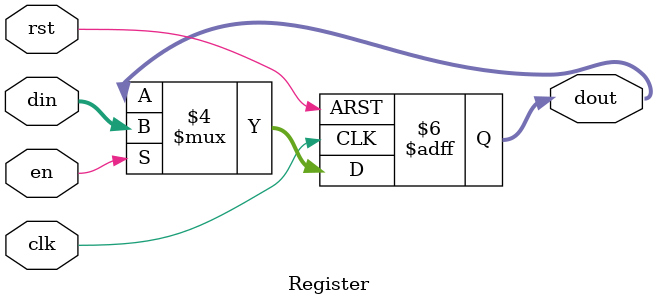
<source format=v>
`timescale 1ns / 1ps

module Register #(
    parameter width = 32
    )(
    input clk,
    input rst,
    input en,
    input [width - 1 : 0] din,
    output reg [width - 1 : 0] dout
    );
    
    always @(posedge clk, negedge rst) begin
        if (!rst)
            dout = 0;
        else if (en)
            dout = din;
    end
endmodule

</source>
